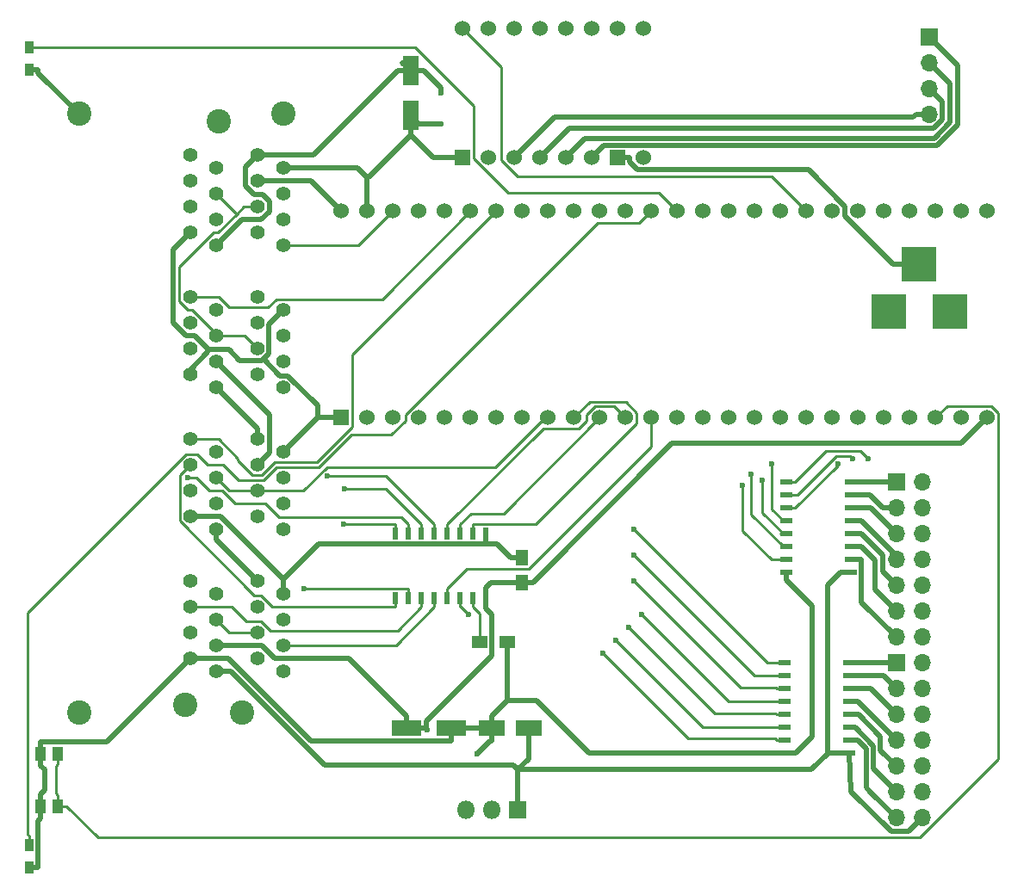
<source format=gtl>
G04 #@! TF.FileFunction,Copper,L1,Top,Signal*
%FSLAX46Y46*%
G04 Gerber Fmt 4.6, Leading zero omitted, Abs format (unit mm)*
G04 Created by KiCad (PCBNEW 4.0.6) date 11/13/18 16:30:56*
%MOMM*%
%LPD*%
G01*
G04 APERTURE LIST*
%ADD10C,0.100000*%
%ADD11R,1.143000X0.508000*%
%ADD12R,2.600000X1.600000*%
%ADD13R,1.524000X1.524000*%
%ADD14C,1.524000*%
%ADD15R,1.800000X1.800000*%
%ADD16O,1.800000X1.800000*%
%ADD17R,3.000000X1.600000*%
%ADD18R,1.600000X3.000000*%
%ADD19C,1.408000*%
%ADD20C,2.400000*%
%ADD21R,0.508000X1.143000*%
%ADD22R,3.500000X3.500000*%
%ADD23R,1.250000X1.500000*%
%ADD24R,1.500000X1.300000*%
%ADD25R,1.700000X1.700000*%
%ADD26O,1.700000X1.700000*%
%ADD27R,0.900000X1.200000*%
%ADD28R,1.000000X1.450000*%
%ADD29C,0.600000*%
%ADD30C,0.500000*%
%ADD31C,0.250000*%
G04 APERTURE END LIST*
D10*
D11*
X187175000Y-104555000D03*
X187175000Y-107095000D03*
X187175000Y-108365000D03*
X187175000Y-109635000D03*
X187175000Y-110905000D03*
X187175000Y-112175000D03*
X187175000Y-113445000D03*
X180825000Y-113445000D03*
X180825000Y-112175000D03*
X180825000Y-110905000D03*
X180825000Y-109635000D03*
X180825000Y-108365000D03*
X180825000Y-107095000D03*
X180825000Y-105825000D03*
X180825000Y-104555000D03*
X187175000Y-105825000D03*
D12*
X155600000Y-111000000D03*
X152000000Y-111000000D03*
D13*
X149110000Y-54850000D03*
D14*
X151650000Y-54850000D03*
X154190000Y-54850000D03*
X156730000Y-54850000D03*
X159270000Y-54850000D03*
X161810000Y-54850000D03*
D13*
X164350000Y-54850000D03*
D14*
X166890000Y-54850000D03*
X166890000Y-42150000D03*
X164350000Y-42150000D03*
X161810000Y-42150000D03*
X159270000Y-42150000D03*
X156730000Y-42150000D03*
X154190000Y-42150000D03*
X151650000Y-42150000D03*
X149110000Y-42150000D03*
D15*
X154540000Y-119000000D03*
D16*
X152000000Y-119000000D03*
X149460000Y-119000000D03*
D17*
X143600000Y-111000000D03*
X148000000Y-111000000D03*
D18*
X144000000Y-46300000D03*
X144000000Y-50700000D03*
D19*
X131490000Y-63490000D03*
X128950000Y-62220000D03*
X131490000Y-60950000D03*
X128950000Y-59680000D03*
X131490000Y-58410000D03*
X128950000Y-57140000D03*
X131490000Y-55870000D03*
X128950000Y-54600000D03*
X124890000Y-63490000D03*
X122350000Y-62220000D03*
X124890000Y-60950000D03*
X122350000Y-59680000D03*
X124890000Y-58410000D03*
X122350000Y-57140000D03*
X124890000Y-55870000D03*
X122350000Y-54600000D03*
X131490000Y-77460000D03*
X128950000Y-76190000D03*
X131490000Y-74920000D03*
X128950000Y-73650000D03*
X131490000Y-72380000D03*
X128950000Y-71110000D03*
X131490000Y-69840000D03*
X128950000Y-68570000D03*
X124890000Y-77460000D03*
X122350000Y-76190000D03*
X124890000Y-74920000D03*
X122350000Y-73650000D03*
X124890000Y-72380000D03*
X122350000Y-71110000D03*
X124890000Y-69840000D03*
X122350000Y-68570000D03*
X131490000Y-105400000D03*
X128950000Y-104130000D03*
X131490000Y-102860000D03*
X128950000Y-101590000D03*
X131490000Y-100320000D03*
X128950000Y-99050000D03*
X131490000Y-97780000D03*
X128950000Y-96510000D03*
X124890000Y-105400000D03*
X122350000Y-104130000D03*
X124890000Y-102860000D03*
X122350000Y-101590000D03*
X124890000Y-100320000D03*
X122350000Y-99050000D03*
X124890000Y-97780000D03*
X122350000Y-96510000D03*
X131490000Y-91430000D03*
X128950000Y-90160000D03*
X131490000Y-88890000D03*
X128950000Y-87620000D03*
X131490000Y-86350000D03*
X128950000Y-85080000D03*
X131490000Y-83810000D03*
X128950000Y-82540000D03*
X124890000Y-91430000D03*
X122350000Y-90160000D03*
X124890000Y-88890000D03*
X122350000Y-87620000D03*
X124890000Y-86350000D03*
X122350000Y-85080000D03*
X124890000Y-83810000D03*
X122350000Y-82540000D03*
D20*
X111430000Y-109470000D03*
X121850000Y-108710000D03*
X127430000Y-109470000D03*
X111430000Y-50530000D03*
X125150000Y-51290000D03*
X131500000Y-50530000D03*
D21*
X151445000Y-98175000D03*
X148905000Y-98175000D03*
X147635000Y-98175000D03*
X146365000Y-98175000D03*
X145095000Y-98175000D03*
X143825000Y-98175000D03*
X142555000Y-98175000D03*
X142555000Y-91825000D03*
X143825000Y-91825000D03*
X145095000Y-91825000D03*
X146365000Y-91825000D03*
X147635000Y-91825000D03*
X148905000Y-91825000D03*
X150175000Y-91825000D03*
X151445000Y-91825000D03*
X150175000Y-98175000D03*
D11*
X187325000Y-86780000D03*
X187325000Y-89320000D03*
X187325000Y-90590000D03*
X187325000Y-91860000D03*
X187325000Y-93130000D03*
X187325000Y-94400000D03*
X187325000Y-95670000D03*
X180975000Y-95670000D03*
X180975000Y-94400000D03*
X180975000Y-93130000D03*
X180975000Y-91860000D03*
X180975000Y-90590000D03*
X180975000Y-89320000D03*
X180975000Y-88050000D03*
X180975000Y-86780000D03*
X187325000Y-88050000D03*
D13*
X137200000Y-80430000D03*
D14*
X139740000Y-80430000D03*
X142280000Y-80430000D03*
X144820000Y-80430000D03*
X147360000Y-80430000D03*
X149900000Y-80430000D03*
X152440000Y-80430000D03*
X154980000Y-80430000D03*
X157520000Y-80430000D03*
X160060000Y-80430000D03*
X162600000Y-80430000D03*
X165140000Y-80430000D03*
X167680000Y-80430000D03*
X170220000Y-80430000D03*
X172760000Y-80430000D03*
X175300000Y-80430000D03*
X177840000Y-80430000D03*
X180380000Y-80430000D03*
X182920000Y-80430000D03*
X185460000Y-80430000D03*
X188000000Y-80430000D03*
X190540000Y-80430000D03*
X193080000Y-80430000D03*
X195620000Y-80430000D03*
X198160000Y-80430000D03*
X200700000Y-80430000D03*
X198160000Y-60110000D03*
X195620000Y-60110000D03*
X193080000Y-60110000D03*
X190540000Y-60110000D03*
X188000000Y-60110000D03*
X185460000Y-60110000D03*
X182920000Y-60110000D03*
X180380000Y-60110000D03*
X177840000Y-60110000D03*
X175300000Y-60110000D03*
X172760000Y-60110000D03*
X170220000Y-60110000D03*
X167680000Y-60110000D03*
X165140000Y-60110000D03*
X162600000Y-60110000D03*
X160060000Y-60110000D03*
X157520000Y-60110000D03*
X154980000Y-60110000D03*
X152440000Y-60110000D03*
X149900000Y-60110000D03*
X147360000Y-60110000D03*
X144820000Y-60110000D03*
X142280000Y-60110000D03*
X139740000Y-60110000D03*
X137200000Y-60110000D03*
X200700000Y-60110000D03*
D22*
X191000000Y-70000000D03*
X197000000Y-70000000D03*
X194000000Y-65300000D03*
D23*
X154954000Y-96688000D03*
X154954000Y-94188000D03*
D24*
X150810000Y-102530000D03*
X153510000Y-102530000D03*
D25*
X191770000Y-104560000D03*
D26*
X194310000Y-104560000D03*
X191770000Y-107100000D03*
X194310000Y-107100000D03*
X191770000Y-109640000D03*
X194310000Y-109640000D03*
X191770000Y-112180000D03*
X194310000Y-112180000D03*
X191770000Y-114720000D03*
X194310000Y-114720000D03*
X191770000Y-117260000D03*
X194310000Y-117260000D03*
X191770000Y-119800000D03*
X194310000Y-119800000D03*
D25*
X191770000Y-86780000D03*
D26*
X194310000Y-86780000D03*
X191770000Y-89320000D03*
X194310000Y-89320000D03*
X191770000Y-91860000D03*
X194310000Y-91860000D03*
X191770000Y-94400000D03*
X194310000Y-94400000D03*
X191770000Y-96940000D03*
X194310000Y-96940000D03*
X191770000Y-99480000D03*
X194310000Y-99480000D03*
X191770000Y-102020000D03*
X194310000Y-102020000D03*
D25*
X195000000Y-42960000D03*
D26*
X195000000Y-45500000D03*
X195000000Y-48040000D03*
X195000000Y-50580000D03*
D27*
X106500000Y-124700000D03*
X106500000Y-122500000D03*
X106500000Y-46200000D03*
X106500000Y-44000000D03*
D28*
X109350000Y-113500000D03*
X109350000Y-118650000D03*
X107650000Y-118650000D03*
X107650000Y-113500000D03*
D29*
X147000000Y-48500000D03*
X147000000Y-51500000D03*
X150580100Y-113495800D03*
X145629700Y-111121000D03*
X137514200Y-87398800D03*
X135857200Y-86135800D03*
X137432700Y-90877700D03*
X122117800Y-86350000D03*
X133539200Y-97278200D03*
X149681200Y-99826500D03*
X162925800Y-103615800D03*
X164180400Y-102330400D03*
X165480400Y-101090400D03*
X166729700Y-99799700D03*
X165949000Y-96479000D03*
X165963900Y-93953900D03*
X165928600Y-91378600D03*
X176672700Y-87064800D03*
X177500000Y-85999974D03*
X178565694Y-86565694D03*
X179500000Y-85000000D03*
X186000000Y-85000002D03*
X187500000Y-84500000D03*
X189000000Y-84500000D03*
D30*
X187175000Y-113445000D02*
X185038000Y-113445000D01*
X185038000Y-113445000D02*
X185000000Y-113483000D01*
X183500000Y-114983000D02*
X183437300Y-115045700D01*
X185000000Y-110876600D02*
X185000000Y-113483000D01*
X185000000Y-113483000D02*
X183500000Y-114983000D01*
X155600000Y-111000000D02*
X155600000Y-113985700D01*
X155600000Y-113985700D02*
X154540000Y-115045700D01*
X183437300Y-115045700D02*
X154540000Y-115045700D01*
X185000000Y-96923500D02*
X185000000Y-110876600D01*
X187325000Y-95670000D02*
X186253500Y-95670000D01*
X186253500Y-95670000D02*
X185000000Y-96923500D01*
X147000000Y-48000000D02*
X145300000Y-46300000D01*
X145300000Y-46300000D02*
X144000000Y-46300000D01*
X147000000Y-48500000D02*
X147000000Y-48000000D01*
X143200000Y-45500000D02*
X144000000Y-46300000D01*
X124890000Y-92450000D02*
X128950000Y-96510000D01*
X124890000Y-91430000D02*
X124890000Y-92450000D01*
X128950000Y-81520000D02*
X124890000Y-77460000D01*
X128950000Y-82540000D02*
X128950000Y-81520000D01*
X127790600Y-55759400D02*
X128950000Y-54600000D01*
X127790600Y-57628600D02*
X127790600Y-55759400D01*
X128626000Y-58464000D02*
X127790600Y-57628600D01*
X129435500Y-58464000D02*
X128626000Y-58464000D01*
X130139000Y-59167500D02*
X129435500Y-58464000D01*
X130139000Y-60138600D02*
X130139000Y-59167500D01*
X129327600Y-60950000D02*
X130139000Y-60138600D01*
X127430000Y-60950000D02*
X129327600Y-60950000D01*
X124890000Y-63490000D02*
X127430000Y-60950000D01*
X134449700Y-54600000D02*
X142749700Y-46300000D01*
X128950000Y-54600000D02*
X134449700Y-54600000D01*
X144000000Y-46300000D02*
X142749700Y-46300000D01*
X154540000Y-119000000D02*
X154540000Y-117649700D01*
X135590100Y-114650800D02*
X154145100Y-114650800D01*
X126339300Y-105400000D02*
X135590100Y-114650800D01*
X124890000Y-105400000D02*
X126339300Y-105400000D01*
X154540000Y-115045700D02*
X154540000Y-117649700D01*
X154145100Y-114650800D02*
X154540000Y-115045700D01*
X187325000Y-117217500D02*
X187175000Y-113445000D01*
X191278400Y-121170900D02*
X187325000Y-117217500D01*
X192939100Y-121170900D02*
X191278400Y-121170900D01*
X194310000Y-119800000D02*
X192939100Y-121170900D01*
X187175000Y-113445000D02*
X186664100Y-113445000D01*
X186664100Y-113445000D02*
X186663900Y-113444800D01*
X180825000Y-113445000D02*
X181896500Y-113445000D01*
X181896500Y-113445000D02*
X183500000Y-111841500D01*
X183500000Y-111841500D02*
X183500000Y-98949000D01*
X183500000Y-98949000D02*
X180975000Y-96424000D01*
X180975000Y-96424000D02*
X180975000Y-95670000D01*
X180825000Y-113445000D02*
X161570200Y-113445000D01*
X161570200Y-113445000D02*
X156364900Y-108239700D01*
X156364900Y-108239700D02*
X153510000Y-108239700D01*
X147000000Y-51500000D02*
X144800000Y-51500000D01*
X144800000Y-51500000D02*
X144000000Y-50700000D01*
X106500000Y-124700000D02*
X107400300Y-124700000D01*
X108024800Y-117099900D02*
X107650000Y-117474700D01*
X108024800Y-115050100D02*
X108024800Y-117099900D01*
X107650000Y-114675300D02*
X108024800Y-115050100D01*
X107650000Y-118650000D02*
X107650000Y-117474700D01*
X107400300Y-46500300D02*
X107400300Y-46200000D01*
X111430000Y-50530000D02*
X107400300Y-46500300D01*
X106500000Y-46200000D02*
X107400300Y-46200000D01*
X154954000Y-94188000D02*
X153878700Y-94188000D01*
X151445000Y-91825000D02*
X151445000Y-92846800D01*
X125287100Y-90160000D02*
X131490000Y-96362900D01*
X122350000Y-90160000D02*
X125287100Y-90160000D01*
X131490000Y-96362900D02*
X131490000Y-97780000D01*
X148000000Y-111000000D02*
X149950300Y-111000000D01*
X152537500Y-92846800D02*
X153878700Y-94188000D01*
X151445000Y-92846800D02*
X152537500Y-92846800D01*
X135006000Y-92846900D02*
X131490000Y-96362900D01*
X151445000Y-92846900D02*
X135006000Y-92846900D01*
X151445000Y-92846800D02*
X151445000Y-92846900D01*
X134180100Y-112250300D02*
X148000000Y-112250300D01*
X126059800Y-104130000D02*
X134180100Y-112250300D01*
X122350000Y-104130000D02*
X126059800Y-104130000D01*
X148000000Y-111000000D02*
X148000000Y-112250300D01*
X107400300Y-120075000D02*
X107400300Y-124700000D01*
X107650000Y-119825300D02*
X107400300Y-120075000D01*
X107650000Y-118650000D02*
X107650000Y-119825300D01*
X191439800Y-65300000D02*
X194000000Y-65300000D01*
X186730000Y-60590200D02*
X191439800Y-65300000D01*
X186730000Y-59648600D02*
X186730000Y-60590200D01*
X183143700Y-56062300D02*
X186730000Y-59648600D01*
X166319900Y-56062300D02*
X183143700Y-56062300D01*
X165562300Y-55304700D02*
X166319900Y-56062300D01*
X165562300Y-54850000D02*
X165562300Y-55304700D01*
X164350000Y-54850000D02*
X165562300Y-54850000D01*
X107650000Y-114087600D02*
X107650000Y-114675300D01*
X149110000Y-54850000D02*
X147897700Y-54850000D01*
X144000000Y-50700000D02*
X144000000Y-52650300D01*
X149950300Y-111000000D02*
X152000000Y-111000000D01*
X139740000Y-56789900D02*
X139740000Y-60110000D01*
X138820100Y-55870000D02*
X131490000Y-55870000D01*
X139740000Y-56789900D02*
X138820100Y-55870000D01*
X146199700Y-54850000D02*
X144000000Y-52650300D01*
X147897700Y-54850000D02*
X146199700Y-54850000D01*
X139860400Y-56789900D02*
X139740000Y-56789900D01*
X144000000Y-52650300D02*
X139860400Y-56789900D01*
X153510000Y-102530000D02*
X153510000Y-108239700D01*
X153510000Y-108239700D02*
X152000000Y-109749700D01*
X152000000Y-110374800D02*
X152000000Y-109749700D01*
X152000000Y-110374800D02*
X152000000Y-111000000D01*
X151825600Y-112250300D02*
X150580100Y-113495800D01*
X152000000Y-112250300D02*
X151825600Y-112250300D01*
X152000000Y-111000000D02*
X152000000Y-112250300D01*
X107650000Y-114087600D02*
X107650000Y-113500000D01*
X114155300Y-112324700D02*
X122350000Y-104130000D01*
X107650000Y-112324700D02*
X114155300Y-112324700D01*
X107650000Y-113500000D02*
X107650000Y-112324700D01*
X137200000Y-80430000D02*
X135987700Y-80430000D01*
X120670500Y-63899500D02*
X122350000Y-62220000D01*
X120670500Y-71069600D02*
X120670500Y-63899500D01*
X121980900Y-72380000D02*
X120670500Y-71069600D01*
X122760200Y-72380000D02*
X121980900Y-72380000D01*
X124117100Y-73736800D02*
X122760200Y-72380000D01*
X124088300Y-73765600D02*
X124117100Y-73736800D01*
X124088300Y-73979900D02*
X124088300Y-73765600D01*
X122350000Y-75718200D02*
X124088300Y-73979900D01*
X122350000Y-76190000D02*
X122350000Y-75718200D01*
X135987700Y-80430000D02*
X134870000Y-80430000D01*
X134870000Y-80430000D02*
X131490000Y-83810000D01*
X131189200Y-76305600D02*
X129558200Y-74674500D01*
X131968200Y-76305600D02*
X131189200Y-76305600D01*
X134870000Y-79207400D02*
X131968200Y-76305600D01*
X134870000Y-80430000D02*
X134870000Y-79207400D01*
X129428300Y-74804400D02*
X129558200Y-74674500D01*
X127198800Y-74804400D02*
X129428300Y-74804400D01*
X126131200Y-73736800D02*
X127198800Y-74804400D01*
X124117100Y-73736800D02*
X126131200Y-73736800D01*
X130104400Y-71225600D02*
X131490000Y-69840000D01*
X130104400Y-74128300D02*
X130104400Y-71225600D01*
X129558200Y-74674500D02*
X130104400Y-74128300D01*
X151445000Y-97839200D02*
X151445000Y-97153200D01*
X151445000Y-97839200D02*
X151445000Y-98175000D01*
X151445000Y-98175000D02*
X151445000Y-99196800D01*
X143600000Y-111000000D02*
X145550300Y-111000000D01*
X145550300Y-111041600D02*
X145629700Y-111121000D01*
X145550300Y-111000000D02*
X145550300Y-111041600D01*
X137980300Y-104130000D02*
X143600000Y-109749700D01*
X130629500Y-104130000D02*
X137980300Y-104130000D01*
X129359500Y-102860000D02*
X130629500Y-104130000D01*
X124890000Y-102860000D02*
X129359500Y-102860000D01*
X143600000Y-111000000D02*
X143600000Y-109749700D01*
X152010400Y-99762200D02*
X151445000Y-99196800D01*
X152010400Y-103868400D02*
X152010400Y-99762200D01*
X145550300Y-110328500D02*
X152010400Y-103868400D01*
X145550300Y-111000000D02*
X145550300Y-110328500D01*
X151910200Y-96688000D02*
X154954000Y-96688000D01*
X151445000Y-97153200D02*
X151910200Y-96688000D01*
X154954000Y-96688000D02*
X156029300Y-96688000D01*
X169727600Y-82989700D02*
X156029300Y-96688000D01*
X198140300Y-82989700D02*
X169727600Y-82989700D01*
X200700000Y-80430000D02*
X198140300Y-82989700D01*
X130136600Y-80166600D02*
X124890000Y-74920000D01*
X130136600Y-83893400D02*
X130136600Y-80166600D01*
X128950000Y-85080000D02*
X130136600Y-83893400D01*
X134230000Y-57140000D02*
X137200000Y-60110000D01*
X128950000Y-57140000D02*
X134230000Y-57140000D01*
D31*
X138900000Y-63490000D02*
X131490000Y-63490000D01*
X142280000Y-60110000D02*
X138900000Y-63490000D01*
X145095000Y-91825000D02*
X145095000Y-90928200D01*
X141565600Y-87398800D02*
X137514200Y-87398800D01*
X145095000Y-90928200D02*
X141565600Y-87398800D01*
X126160000Y-101590000D02*
X128950000Y-101590000D01*
X124890000Y-100320000D02*
X126160000Y-101590000D01*
X127680000Y-72380000D02*
X128950000Y-73650000D01*
X124890000Y-72380000D02*
X127680000Y-72380000D01*
X124890000Y-58410000D02*
X126904800Y-60424700D01*
X127649500Y-59680000D02*
X128950000Y-59680000D01*
X126904800Y-60424700D02*
X127649500Y-59680000D01*
X125109500Y-62220000D02*
X126904800Y-60424700D01*
X124676000Y-62220000D02*
X125109500Y-62220000D01*
X121300200Y-65595800D02*
X124676000Y-62220000D01*
X121300200Y-69006400D02*
X121300200Y-65595800D01*
X122133800Y-69840000D02*
X121300200Y-69006400D01*
X122551000Y-69840000D02*
X122133800Y-69840000D01*
X124890000Y-72179000D02*
X122551000Y-69840000D01*
X124890000Y-72380000D02*
X124890000Y-72179000D01*
X126160000Y-87620000D02*
X124890000Y-86350000D01*
X128950000Y-87620000D02*
X126160000Y-87620000D01*
X133464200Y-87620000D02*
X128950000Y-87620000D01*
X135786800Y-85297400D02*
X133464200Y-87620000D01*
X152365000Y-85297400D02*
X135786800Y-85297400D01*
X157232400Y-80430000D02*
X152365000Y-85297400D01*
X157520000Y-80430000D02*
X157232400Y-80430000D01*
X141572600Y-86135800D02*
X135857200Y-86135800D01*
X146365000Y-90928200D02*
X141572600Y-86135800D01*
X146365000Y-91825000D02*
X146365000Y-90928200D01*
X142555000Y-91825000D02*
X142555000Y-90928200D01*
X137483200Y-90928200D02*
X137432700Y-90877700D01*
X142555000Y-90928200D02*
X137483200Y-90928200D01*
X143825000Y-91825000D02*
X143825000Y-90928200D01*
X122921700Y-86350000D02*
X122117800Y-86350000D01*
X124191700Y-87620000D02*
X122921700Y-86350000D01*
X125523100Y-87620000D02*
X124191700Y-87620000D01*
X126793100Y-88890000D02*
X125523100Y-87620000D01*
X129760600Y-88890000D02*
X126793100Y-88890000D01*
X131063800Y-90193200D02*
X129760600Y-88890000D01*
X143090000Y-90193200D02*
X131063800Y-90193200D01*
X143825000Y-90928200D02*
X143090000Y-90193200D01*
X141206300Y-68803700D02*
X149900000Y-60110000D01*
X130796900Y-68803700D02*
X141206300Y-68803700D01*
X129989900Y-69610700D02*
X130796900Y-68803700D01*
X126159400Y-69610700D02*
X129989900Y-69610700D01*
X125118700Y-68570000D02*
X126159400Y-69610700D01*
X122350000Y-68570000D02*
X125118700Y-68570000D01*
X142576800Y-102860000D02*
X131490000Y-102860000D01*
X146365000Y-99071800D02*
X142576800Y-102860000D01*
X146365000Y-98175000D02*
X146365000Y-99071800D01*
X126460600Y-99050000D02*
X122350000Y-99050000D01*
X127889900Y-100479300D02*
X126460600Y-99050000D01*
X129295100Y-100479300D02*
X127889900Y-100479300D01*
X130216700Y-101400900D02*
X129295100Y-100479300D01*
X142765900Y-101400900D02*
X130216700Y-101400900D01*
X145095000Y-99071800D02*
X142765900Y-101400900D01*
X145095000Y-98175000D02*
X145095000Y-99071800D01*
X143825000Y-98175000D02*
X143825000Y-97278200D01*
X143825000Y-97278200D02*
X133539200Y-97278200D01*
X121320000Y-86110000D02*
X122350000Y-85080000D01*
X121320000Y-90588700D02*
X121320000Y-86110000D01*
X128670600Y-97939300D02*
X121320000Y-90588700D01*
X129295100Y-97939300D02*
X128670600Y-97939300D01*
X130427600Y-99071800D02*
X129295100Y-97939300D01*
X142555000Y-99071800D02*
X130427600Y-99071800D01*
X142555000Y-98175000D02*
X142555000Y-99071800D01*
X125118700Y-82540000D02*
X122350000Y-82540000D01*
X127059800Y-84481100D02*
X125118700Y-82540000D01*
X127059800Y-84683200D02*
X127059800Y-84481100D01*
X128491200Y-86114600D02*
X127059800Y-84683200D01*
X129371200Y-86114600D02*
X128491200Y-86114600D01*
X130638900Y-84846900D02*
X129371200Y-86114600D01*
X134813200Y-84846900D02*
X130638900Y-84846900D01*
X138310700Y-81349400D02*
X134813200Y-84846900D01*
X138310700Y-74239300D02*
X138310700Y-81349400D01*
X152440000Y-60110000D02*
X138310700Y-74239300D01*
D30*
X163022300Y-53637700D02*
X161810000Y-54850000D01*
X195767700Y-53637700D02*
X163022300Y-53637700D01*
X197800600Y-51604800D02*
X195767700Y-53637700D01*
X197800600Y-45760600D02*
X197800600Y-51604800D01*
X195000000Y-42960000D02*
X197800600Y-45760600D01*
X161182600Y-52937400D02*
X159270000Y-54850000D01*
X195477500Y-52937400D02*
X161182600Y-52937400D01*
X197070600Y-51344300D02*
X195477500Y-52937400D01*
X197070600Y-47570600D02*
X197070600Y-51344300D01*
X195000000Y-45500000D02*
X197070600Y-47570600D01*
X159607100Y-51972900D02*
X156730000Y-54850000D01*
X195451400Y-51972900D02*
X159607100Y-51972900D01*
X196310400Y-51113900D02*
X195451400Y-51972900D01*
X196310400Y-49350400D02*
X196310400Y-51113900D01*
X195000000Y-48040000D02*
X196310400Y-49350400D01*
X193393200Y-50886500D02*
X193699700Y-50580000D01*
X158153500Y-50886500D02*
X193393200Y-50886500D01*
X154190000Y-54850000D02*
X158153500Y-50886500D01*
X195000000Y-50580000D02*
X193699700Y-50580000D01*
D31*
X150810000Y-102530000D02*
X150810000Y-101554700D01*
X150810000Y-99706800D02*
X150175000Y-99071800D01*
X150810000Y-101554700D02*
X150810000Y-99706800D01*
X150175000Y-98175000D02*
X150175000Y-99071800D01*
X148926500Y-99071800D02*
X148905000Y-99071800D01*
X149681200Y-99826500D02*
X148926500Y-99071800D01*
X148905000Y-98175000D02*
X148905000Y-99071800D01*
X149563000Y-95350200D02*
X147635000Y-97278200D01*
X155629200Y-95350200D02*
X149563000Y-95350200D01*
X167680000Y-83299400D02*
X155629200Y-95350200D01*
X167680000Y-80430000D02*
X167680000Y-83299400D01*
X147635000Y-98175000D02*
X147635000Y-97278200D01*
X157045800Y-81517400D02*
X147635000Y-90928200D01*
X160529600Y-81517400D02*
X157045800Y-81517400D01*
X161330000Y-80717000D02*
X160529600Y-81517400D01*
X161330000Y-80140300D02*
X161330000Y-80717000D01*
X162151800Y-79318500D02*
X161330000Y-80140300D01*
X164028500Y-79318500D02*
X162151800Y-79318500D01*
X165140000Y-80430000D02*
X164028500Y-79318500D01*
X147635000Y-91825000D02*
X147635000Y-90928200D01*
X149949900Y-89883300D02*
X148905000Y-90928200D01*
X153146700Y-89883300D02*
X149949900Y-89883300D01*
X162600000Y-80430000D02*
X153146700Y-89883300D01*
X148905000Y-91825000D02*
X148905000Y-90928200D01*
X156301900Y-90928200D02*
X150175000Y-90928200D01*
X166258600Y-80971500D02*
X156301900Y-90928200D01*
X166258600Y-79947400D02*
X166258600Y-80971500D01*
X165170500Y-78859300D02*
X166258600Y-79947400D01*
X161630700Y-78859300D02*
X165170500Y-78859300D01*
X160060000Y-80430000D02*
X161630700Y-78859300D01*
X150175000Y-91825000D02*
X150175000Y-90928200D01*
X170000000Y-110690000D02*
X162925800Y-103615800D01*
X179828500Y-112000000D02*
X171310000Y-112000000D01*
X171310000Y-112000000D02*
X170000000Y-110690000D01*
X180825000Y-112175000D02*
X180003500Y-112175000D01*
X180003500Y-112175000D02*
X179828500Y-112000000D01*
X171350000Y-109500000D02*
X164180400Y-102330400D01*
X180825000Y-110905000D02*
X172755000Y-110905000D01*
X172755000Y-110905000D02*
X171350000Y-109500000D01*
X180825000Y-109635000D02*
X180003500Y-109635000D01*
X180003500Y-109635000D02*
X179868500Y-109500000D01*
X179868500Y-109500000D02*
X173890000Y-109500000D01*
X173890000Y-109500000D02*
X165780399Y-101390399D01*
X165780399Y-101390399D02*
X165480400Y-101090400D01*
X167029699Y-100099699D02*
X166729700Y-99799700D01*
X175295000Y-108365000D02*
X167029699Y-100099699D01*
X180825000Y-108365000D02*
X175295000Y-108365000D01*
X179908500Y-107000000D02*
X176470000Y-107000000D01*
X176470000Y-107000000D02*
X175300000Y-105830000D01*
X180825000Y-107095000D02*
X180003500Y-107095000D01*
X180003500Y-107095000D02*
X179908500Y-107000000D01*
X175300000Y-105830000D02*
X165949000Y-96479000D01*
X177510000Y-105510000D02*
X177825000Y-105825000D01*
X177825000Y-105825000D02*
X180825000Y-105825000D01*
X177510000Y-105500000D02*
X177510000Y-105510000D01*
X180825000Y-105825000D02*
X180003500Y-105825000D01*
X180003500Y-105825000D02*
X180000000Y-105821500D01*
X177510000Y-105500000D02*
X176570000Y-104560000D01*
X176570000Y-104560000D02*
X165963900Y-93953900D01*
X180825000Y-104555000D02*
X179105000Y-104555000D01*
X179105000Y-104555000D02*
X177840000Y-103290000D01*
X177840000Y-103290000D02*
X165928600Y-91378600D01*
X176672700Y-87064800D02*
X176672700Y-91597702D01*
X179474998Y-94400000D02*
X180153500Y-94400000D01*
X180153500Y-94400000D02*
X180975000Y-94400000D01*
X176672700Y-91597702D02*
X179474998Y-94400000D01*
X177500000Y-86424238D02*
X177500000Y-85999974D01*
X177500000Y-89972500D02*
X177500000Y-86424238D01*
X180975000Y-93130000D02*
X180657500Y-93130000D01*
X180657500Y-93130000D02*
X177500000Y-89972500D01*
X180975000Y-91860000D02*
X180657500Y-91860000D01*
X178565694Y-89768194D02*
X178565694Y-86989958D01*
X180657500Y-91860000D02*
X178565694Y-89768194D01*
X178565694Y-86989958D02*
X178565694Y-86565694D01*
X180975000Y-91860000D02*
X180380800Y-91860000D01*
X179500000Y-89432500D02*
X179500000Y-85424264D01*
X180975000Y-90590000D02*
X180657500Y-90590000D01*
X180657500Y-90590000D02*
X179500000Y-89432500D01*
X179500000Y-85424264D02*
X179500000Y-85000000D01*
X186000000Y-85116500D02*
X186000000Y-85000002D01*
X180975000Y-89320000D02*
X181796500Y-89320000D01*
X181796500Y-89320000D02*
X186000000Y-85116500D01*
X187200001Y-84200001D02*
X187500000Y-84500000D01*
X185874997Y-84200001D02*
X187200001Y-84200001D01*
X180975000Y-88050000D02*
X182024998Y-88050000D01*
X182024998Y-88050000D02*
X185874997Y-84200001D01*
X188700001Y-84200001D02*
X189000000Y-84500000D01*
X188200001Y-83700001D02*
X188700001Y-84200001D01*
X181796500Y-86780000D02*
X184876499Y-83700001D01*
X180975000Y-86780000D02*
X181796500Y-86780000D01*
X184876499Y-83700001D02*
X188200001Y-83700001D01*
X152920000Y-45960000D02*
X149110000Y-42150000D01*
X152920000Y-55123300D02*
X152920000Y-45960000D01*
X154504600Y-56707900D02*
X152920000Y-55123300D01*
X179517900Y-56707900D02*
X154504600Y-56707900D01*
X182920000Y-60110000D02*
X179517900Y-56707900D01*
D30*
X191770000Y-104560000D02*
X187180000Y-104560000D01*
X187180000Y-104560000D02*
X187175000Y-104555000D01*
X191770000Y-107100000D02*
X190495000Y-105825000D01*
X190495000Y-105825000D02*
X187175000Y-105825000D01*
X191770000Y-109640000D02*
X189225000Y-107095000D01*
X189225000Y-107095000D02*
X187175000Y-107095000D01*
X191770000Y-112180000D02*
X187955000Y-108365000D01*
X187955000Y-108365000D02*
X187175000Y-108365000D01*
X187175000Y-109635000D02*
X188035000Y-109635000D01*
X188035000Y-109635000D02*
X190200022Y-111800022D01*
X190200022Y-111800022D02*
X190200022Y-113150021D01*
X190200022Y-113150021D02*
X191770000Y-114720000D01*
X190920001Y-116410001D02*
X191770000Y-117260000D01*
X189500011Y-114990011D02*
X190920001Y-116410001D01*
X187694965Y-110905000D02*
X189500011Y-112710046D01*
X189500011Y-112710046D02*
X189500011Y-114990011D01*
X187175000Y-110905000D02*
X187694965Y-110905000D01*
X191770000Y-119800000D02*
X189170000Y-117200000D01*
X188800000Y-113000000D02*
X188800000Y-116830000D01*
X188800000Y-116830000D02*
X189170000Y-117200000D01*
X188000000Y-112200000D02*
X188800000Y-113000000D01*
X187517500Y-112200000D02*
X188000000Y-112200000D01*
X187492500Y-112175000D02*
X187517500Y-112200000D01*
X187175000Y-112175000D02*
X187492500Y-112175000D01*
X191770000Y-86780000D02*
X187325000Y-86780000D01*
X189199700Y-88050000D02*
X187325000Y-88050000D01*
X190469700Y-89320000D02*
X189199700Y-88050000D01*
X191770000Y-89320000D02*
X190469700Y-89320000D01*
X189230000Y-89320000D02*
X187325000Y-89320000D01*
X191770000Y-91860000D02*
X189230000Y-89320000D01*
X191770000Y-94013200D02*
X188346800Y-90590000D01*
X191770000Y-94400000D02*
X191770000Y-94013200D01*
X187325000Y-90590000D02*
X188346800Y-90590000D01*
X187325000Y-91860000D02*
X188346800Y-91860000D01*
X190413000Y-93926200D02*
X188346800Y-91860000D01*
X190413000Y-95583000D02*
X190413000Y-93926200D01*
X191770000Y-96940000D02*
X190413000Y-95583000D01*
X187325000Y-93130000D02*
X188346800Y-93130000D01*
X189655900Y-94439100D02*
X188346800Y-93130000D01*
X189655900Y-97365900D02*
X189655900Y-94439100D01*
X191770000Y-99480000D02*
X189655900Y-97365900D01*
X187325000Y-94400000D02*
X188346800Y-94400000D01*
X188346800Y-98596800D02*
X188346800Y-94400000D01*
X191770000Y-102020000D02*
X188346800Y-98596800D01*
D31*
X166499600Y-61290400D02*
X167680000Y-60110000D01*
X162381800Y-61290400D02*
X166499600Y-61290400D01*
X143550000Y-80122200D02*
X162381800Y-61290400D01*
X143550000Y-80708700D02*
X143550000Y-80122200D01*
X142131700Y-82127000D02*
X143550000Y-80708700D01*
X138170000Y-82127000D02*
X142131700Y-82127000D01*
X134999600Y-85297400D02*
X138170000Y-82127000D01*
X130825300Y-85297400D02*
X134999600Y-85297400D01*
X129532100Y-86590600D02*
X130825300Y-85297400D01*
X127071700Y-86590600D02*
X129532100Y-86590600D01*
X125561100Y-85080000D02*
X127071700Y-86590600D01*
X124079500Y-85080000D02*
X125561100Y-85080000D01*
X123030100Y-84030600D02*
X124079500Y-85080000D01*
X121930300Y-84030600D02*
X123030100Y-84030600D01*
X106359800Y-99601100D02*
X121930300Y-84030600D01*
X106359800Y-121434500D02*
X106359800Y-99601100D01*
X106500000Y-121574700D02*
X106359800Y-121434500D01*
X106500000Y-122500000D02*
X106500000Y-121574700D01*
X168452900Y-58342900D02*
X170220000Y-60110000D01*
X153601700Y-58342900D02*
X168452900Y-58342900D01*
X150220700Y-54961900D02*
X153601700Y-58342900D01*
X150220700Y-49740200D02*
X150220700Y-54961900D01*
X144480500Y-44000000D02*
X150220700Y-49740200D01*
X106500000Y-44000000D02*
X144480500Y-44000000D01*
X196783700Y-79266300D02*
X195620000Y-80430000D01*
X201097500Y-79266300D02*
X196783700Y-79266300D01*
X201815000Y-79983800D02*
X201097500Y-79266300D01*
X201815000Y-113991100D02*
X201815000Y-79983800D01*
X194059800Y-121746300D02*
X201815000Y-113991100D01*
X113271600Y-121746300D02*
X194059800Y-121746300D01*
X110175300Y-118650000D02*
X113271600Y-121746300D01*
X109350000Y-118650000D02*
X110175300Y-118650000D01*
X109172100Y-117421800D02*
X109350000Y-117599700D01*
X109172100Y-114728200D02*
X109172100Y-117421800D01*
X109350000Y-114550300D02*
X109172100Y-114728200D01*
X109350000Y-113500000D02*
X109350000Y-114550300D01*
X109350000Y-118650000D02*
X109350000Y-117599700D01*
M02*

</source>
